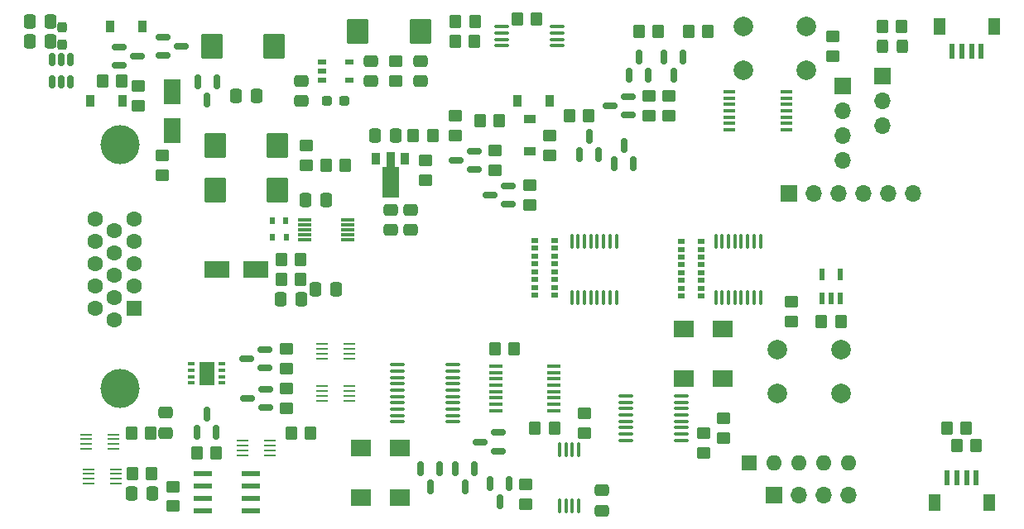
<source format=gbr>
%TF.GenerationSoftware,KiCad,Pcbnew,6.0.2+dfsg-1*%
%TF.CreationDate,2023-01-09T09:44:04-05:00*%
%TF.ProjectId,qwiic-obd,71776969-632d-46f6-9264-2e6b69636164,rev?*%
%TF.SameCoordinates,Original*%
%TF.FileFunction,Soldermask,Top*%
%TF.FilePolarity,Negative*%
%FSLAX46Y46*%
G04 Gerber Fmt 4.6, Leading zero omitted, Abs format (unit mm)*
G04 Created by KiCad (PCBNEW 6.0.2+dfsg-1) date 2023-01-09 09:44:04*
%MOMM*%
%LPD*%
G01*
G04 APERTURE LIST*
G04 Aperture macros list*
%AMRoundRect*
0 Rectangle with rounded corners*
0 $1 Rounding radius*
0 $2 $3 $4 $5 $6 $7 $8 $9 X,Y pos of 4 corners*
0 Add a 4 corners polygon primitive as box body*
4,1,4,$2,$3,$4,$5,$6,$7,$8,$9,$2,$3,0*
0 Add four circle primitives for the rounded corners*
1,1,$1+$1,$2,$3*
1,1,$1+$1,$4,$5*
1,1,$1+$1,$6,$7*
1,1,$1+$1,$8,$9*
0 Add four rect primitives between the rounded corners*
20,1,$1+$1,$2,$3,$4,$5,0*
20,1,$1+$1,$4,$5,$6,$7,0*
20,1,$1+$1,$6,$7,$8,$9,0*
20,1,$1+$1,$8,$9,$2,$3,0*%
%AMFreePoly0*
4,1,9,3.862500,-0.866500,0.737500,-0.866500,0.737500,-0.450000,-0.737500,-0.450000,-0.737500,0.450000,0.737500,0.450000,0.737500,0.866500,3.862500,0.866500,3.862500,-0.866500,3.862500,-0.866500,$1*%
G04 Aperture macros list end*
%ADD10R,1.700000X1.700000*%
%ADD11O,1.700000X1.700000*%
%ADD12RoundRect,0.250000X-0.350000X-0.450000X0.350000X-0.450000X0.350000X0.450000X-0.350000X0.450000X0*%
%ADD13RoundRect,0.150000X0.150000X-0.587500X0.150000X0.587500X-0.150000X0.587500X-0.150000X-0.587500X0*%
%ADD14R,0.635000X0.558800*%
%ADD15C,4.000000*%
%ADD16R,1.600000X1.600000*%
%ADD17C,1.600000*%
%ADD18RoundRect,0.250000X0.350000X0.450000X-0.350000X0.450000X-0.350000X-0.450000X0.350000X-0.450000X0*%
%ADD19RoundRect,0.250000X0.325000X0.450000X-0.325000X0.450000X-0.325000X-0.450000X0.325000X-0.450000X0*%
%ADD20C,2.000000*%
%ADD21RoundRect,0.250000X-0.450000X0.350000X-0.450000X-0.350000X0.450000X-0.350000X0.450000X0.350000X0*%
%ADD22R,0.900000X1.200000*%
%ADD23R,1.168400X0.254000*%
%ADD24RoundRect,0.150000X-0.150000X0.587500X-0.150000X-0.587500X0.150000X-0.587500X0.150000X0.587500X0*%
%ADD25RoundRect,0.250000X-0.475000X0.337500X-0.475000X-0.337500X0.475000X-0.337500X0.475000X0.337500X0*%
%ADD26RoundRect,0.250000X0.475000X-0.337500X0.475000X0.337500X-0.475000X0.337500X-0.475000X-0.337500X0*%
%ADD27RoundRect,0.250000X0.450000X-0.350000X0.450000X0.350000X-0.450000X0.350000X-0.450000X-0.350000X0*%
%ADD28RoundRect,0.250000X0.337500X0.475000X-0.337500X0.475000X-0.337500X-0.475000X0.337500X-0.475000X0*%
%ADD29R,1.981200X0.508000*%
%ADD30R,0.609600X1.549400*%
%ADD31R,1.193800X1.803400*%
%ADD32RoundRect,0.250000X-0.337500X-0.475000X0.337500X-0.475000X0.337500X0.475000X-0.337500X0.475000X0*%
%ADD33R,2.500000X1.800000*%
%ADD34RoundRect,0.150000X0.587500X0.150000X-0.587500X0.150000X-0.587500X-0.150000X0.587500X-0.150000X0*%
%ADD35RoundRect,0.100000X0.100000X-0.637500X0.100000X0.637500X-0.100000X0.637500X-0.100000X-0.637500X0*%
%ADD36RoundRect,0.150000X-0.587500X-0.150000X0.587500X-0.150000X0.587500X0.150000X-0.587500X0.150000X0*%
%ADD37R,0.600000X0.700000*%
%ADD38RoundRect,0.150000X0.150000X-0.512500X0.150000X0.512500X-0.150000X0.512500X-0.150000X-0.512500X0*%
%ADD39R,1.800000X2.500000*%
%ADD40R,1.409700X0.355600*%
%ADD41RoundRect,0.100000X0.637500X0.100000X-0.637500X0.100000X-0.637500X-0.100000X0.637500X-0.100000X0*%
%ADD42R,2.000000X1.800000*%
%ADD43O,1.600000X1.600000*%
%ADD44RoundRect,0.250000X-0.875000X-1.025000X0.875000X-1.025000X0.875000X1.025000X-0.875000X1.025000X0*%
%ADD45R,0.508000X1.270000*%
%ADD46R,1.200000X0.900000*%
%ADD47RoundRect,0.237500X-0.287500X-0.237500X0.287500X-0.237500X0.287500X0.237500X-0.287500X0.237500X0*%
%ADD48R,0.900000X1.300000*%
%ADD49FreePoly0,270.000000*%
%ADD50RoundRect,0.100000X-0.637500X-0.100000X0.637500X-0.100000X0.637500X0.100000X-0.637500X0.100000X0*%
%ADD51R,0.914400X0.508000*%
%ADD52RoundRect,0.237500X0.237500X-0.287500X0.237500X0.287500X-0.237500X0.287500X-0.237500X-0.287500X0*%
%ADD53RoundRect,0.100000X-0.100000X0.637500X-0.100000X-0.637500X0.100000X-0.637500X0.100000X0.637500X0*%
%ADD54RoundRect,0.250000X0.875000X1.025000X-0.875000X1.025000X-0.875000X-1.025000X0.875000X-1.025000X0*%
%ADD55R,1.308100X0.355600*%
%ADD56R,1.400000X0.300000*%
%ADD57R,0.650000X0.350000*%
%ADD58R,1.550000X2.400000*%
G04 APERTURE END LIST*
D10*
%TO.C,J601*%
X187071000Y-90805000D03*
D11*
X189611000Y-90805000D03*
X192151000Y-90805000D03*
X194691000Y-90805000D03*
X197231000Y-90805000D03*
X199771000Y-90805000D03*
%TD*%
D12*
%TO.C,R610*%
X164608000Y-82804000D03*
X166608000Y-82804000D03*
%TD*%
D13*
%TO.C,Q608*%
X165674000Y-86789500D03*
X167574000Y-86789500D03*
X166624000Y-84914500D03*
%TD*%
D14*
%TO.C,RN402*%
X163133405Y-101185950D03*
X163133405Y-100385950D03*
X163133405Y-99585951D03*
X163133405Y-98785950D03*
X163133405Y-97985952D03*
X163133405Y-97185951D03*
X163133405Y-96385950D03*
X163133405Y-95585952D03*
X161050605Y-95585952D03*
X161050605Y-96385952D03*
X161050605Y-97185951D03*
X161050605Y-97985952D03*
X161050605Y-98785950D03*
X161050605Y-99585951D03*
X161050605Y-100385952D03*
X161050605Y-101185950D03*
%TD*%
D15*
%TO.C,J102*%
X118633342Y-110765651D03*
X118633342Y-85765651D03*
D16*
X120053342Y-102580651D03*
D17*
X120053342Y-100290651D03*
X120053342Y-98000651D03*
X120053342Y-95710651D03*
X120053342Y-93420651D03*
X118073342Y-103725651D03*
X118073342Y-101435651D03*
X118073342Y-99145651D03*
X118073342Y-96855651D03*
X118073342Y-94565651D03*
X116093342Y-102580651D03*
X116093342Y-100290651D03*
X116093342Y-98000651D03*
X116093342Y-95710651D03*
X116093342Y-93420651D03*
%TD*%
D18*
%TO.C,R621*%
X198612000Y-73660000D03*
X196612000Y-73660000D03*
%TD*%
D10*
%TO.C,JP601*%
X196596000Y-78740000D03*
D11*
X196596000Y-81280000D03*
X196596000Y-83820000D03*
%TD*%
D19*
%TO.C,D606*%
X198646000Y-75692000D03*
X196596000Y-75692000D03*
%TD*%
D20*
%TO.C,SW401*%
X188872000Y-73660000D03*
X182372000Y-73660000D03*
X188872000Y-78160000D03*
X182372000Y-78160000D03*
%TD*%
D21*
%TO.C,R407*%
X191516000Y-76692000D03*
X191516000Y-74692000D03*
%TD*%
D10*
%TO.C,J602*%
X192532000Y-79756000D03*
D11*
X192532000Y-82296000D03*
X192532000Y-84836000D03*
X192532000Y-87376000D03*
%TD*%
D14*
%TO.C,RN401*%
X178117178Y-101288460D03*
X178117178Y-100488460D03*
X178117178Y-99688461D03*
X178117178Y-98888460D03*
X178117178Y-98088462D03*
X178117178Y-97288461D03*
X178117178Y-96488460D03*
X178117178Y-95688462D03*
X176034378Y-95688462D03*
X176034378Y-96488462D03*
X176034378Y-97288461D03*
X176034378Y-98088462D03*
X176034378Y-98888460D03*
X176034378Y-99688461D03*
X176034378Y-100488462D03*
X176034378Y-101288460D03*
%TD*%
D22*
%TO.C,D502*%
X117604000Y-73660000D03*
X120904000Y-73660000D03*
%TD*%
D21*
%TO.C,R403*%
X137668000Y-85884000D03*
X137668000Y-87884000D03*
%TD*%
D23*
%TO.C,U205*%
X133959600Y-116089999D03*
X133959600Y-116590000D03*
X133959600Y-117090000D03*
X133959600Y-117590001D03*
X131216400Y-117590001D03*
X131216400Y-117090000D03*
X131216400Y-116590000D03*
X131216400Y-116089999D03*
%TD*%
D24*
%TO.C,Q704*%
X158430000Y-120474500D03*
X156530000Y-120474500D03*
X157480000Y-122349500D03*
%TD*%
D21*
%TO.C,R611*%
X162560000Y-84852000D03*
X162560000Y-86852000D03*
%TD*%
D12*
%TO.C,R801*%
X156988000Y-106680000D03*
X158988000Y-106680000D03*
%TD*%
D25*
%TO.C,C303*%
X123317000Y-113241000D03*
X123317000Y-115316000D03*
%TD*%
D26*
%TO.C,C516*%
X149352000Y-79269500D03*
X149352000Y-77194500D03*
%TD*%
D27*
%TO.C,R705*%
X180340000Y-115808000D03*
X180340000Y-113808000D03*
%TD*%
D28*
%TO.C,C403*%
X137181500Y-101600000D03*
X135106500Y-101600000D03*
%TD*%
D29*
%TO.C,U301*%
X132003800Y-123317000D03*
X132003800Y-122047000D03*
X132003800Y-120777000D03*
X132003800Y-119507000D03*
X127076200Y-119507000D03*
X127076200Y-120777000D03*
X127076200Y-122047000D03*
X127076200Y-123317000D03*
%TD*%
D30*
%TO.C,J103*%
X206229999Y-119903001D03*
X205229998Y-119903001D03*
X204230000Y-119903001D03*
X203229999Y-119903001D03*
D31*
X207529998Y-122428000D03*
X201930000Y-122428000D03*
%TD*%
D25*
%TO.C,C602*%
X148336000Y-92434500D03*
X148336000Y-94509500D03*
%TD*%
D10*
%TO.C,J401*%
X185557000Y-121641000D03*
D11*
X188097000Y-121641000D03*
X190637000Y-121641000D03*
X193177000Y-121641000D03*
%TD*%
D27*
%TO.C,R203*%
X135636000Y-108696000D03*
X135636000Y-106696000D03*
%TD*%
D32*
%TO.C,C502*%
X130534500Y-80772000D03*
X132609500Y-80772000D03*
%TD*%
D12*
%TO.C,R602*%
X155448000Y-83312000D03*
X157448000Y-83312000D03*
%TD*%
D18*
%TO.C,R402*%
X206213998Y-116601001D03*
X204213998Y-116601001D03*
%TD*%
D25*
%TO.C,C701*%
X167939067Y-121193052D03*
X167939067Y-123268052D03*
%TD*%
D28*
%TO.C,C509*%
X111527500Y-75184000D03*
X109452500Y-75184000D03*
%TD*%
D32*
%TO.C,C401*%
X137646500Y-91440000D03*
X139721500Y-91440000D03*
%TD*%
D12*
%TO.C,R408*%
X192373000Y-103886000D03*
X190373000Y-103886000D03*
%TD*%
D33*
%TO.C,D402*%
X132556000Y-98552000D03*
X128556000Y-98552000D03*
%TD*%
D27*
%TO.C,R710*%
X178308000Y-117332000D03*
X178308000Y-115332000D03*
%TD*%
D34*
%TO.C,Q701*%
X157360988Y-117180297D03*
X157360988Y-115280297D03*
X155485988Y-116230297D03*
%TD*%
D35*
%TO.C,U403*%
X164857000Y-101414500D03*
X165507000Y-101414500D03*
X166157000Y-101414500D03*
X166807000Y-101414500D03*
X167457000Y-101414500D03*
X168107000Y-101414500D03*
X168757000Y-101414500D03*
X169407000Y-101414500D03*
X169407000Y-95689500D03*
X168757000Y-95689500D03*
X168107000Y-95689500D03*
X167457000Y-95689500D03*
X166807000Y-95689500D03*
X166157000Y-95689500D03*
X165507000Y-95689500D03*
X164857000Y-95689500D03*
%TD*%
D36*
%TO.C,Q501*%
X123014500Y-74742000D03*
X123014500Y-76642000D03*
X124889500Y-75692000D03*
%TD*%
D37*
%TO.C,D403*%
X135626715Y-95258337D03*
X134226715Y-95258337D03*
%TD*%
D27*
%TO.C,R506*%
X146812000Y-79232000D03*
X146812000Y-77232000D03*
%TD*%
D22*
%TO.C,D503*%
X118872000Y-81280000D03*
X115572000Y-81280000D03*
%TD*%
D38*
%TO.C,U501*%
X111699000Y-79343500D03*
X112649000Y-79343500D03*
X113599000Y-79343500D03*
X113599000Y-77068500D03*
X112649000Y-77068500D03*
X111699000Y-77068500D03*
%TD*%
D12*
%TO.C,R503*%
X116840000Y-79248000D03*
X118840000Y-79248000D03*
%TD*%
D37*
%TO.C,D401*%
X135587389Y-93598657D03*
X134187389Y-93598657D03*
%TD*%
D39*
%TO.C,D501*%
X123952000Y-80328000D03*
X123952000Y-84328000D03*
%TD*%
D23*
%TO.C,U203*%
X139329838Y-106215142D03*
X139329838Y-106715143D03*
X139329838Y-107215143D03*
X139329838Y-107715144D03*
X142073038Y-107715144D03*
X142073038Y-107215143D03*
X142073038Y-106715143D03*
X142073038Y-106215142D03*
%TD*%
D40*
%TO.C,U801*%
X157067250Y-108469001D03*
X157067250Y-109118999D03*
X157067250Y-109769001D03*
X157067250Y-110418999D03*
X157067250Y-111068998D03*
X157067250Y-111718999D03*
X157067250Y-112368998D03*
X157067250Y-113018999D03*
X162972750Y-113018999D03*
X162972750Y-112369001D03*
X162972750Y-111718999D03*
X162972750Y-111069001D03*
X162972750Y-110419002D03*
X162972750Y-109769001D03*
X162972750Y-109119002D03*
X162972750Y-108469001D03*
%TD*%
D21*
%TO.C,R501*%
X120523000Y-79756000D03*
X120523000Y-81756000D03*
%TD*%
D25*
%TO.C,C603*%
X146304000Y-92434500D03*
X146304000Y-94509500D03*
%TD*%
D36*
%TO.C,Q503*%
X120396000Y-76708000D03*
X118521000Y-77658000D03*
X118521000Y-75758000D03*
%TD*%
D24*
%TO.C,Q502*%
X128524000Y-79314000D03*
X126624000Y-79314000D03*
X127574000Y-81189000D03*
%TD*%
D34*
%TO.C,Q201*%
X133525500Y-112710000D03*
X133525500Y-110810000D03*
X131650500Y-111760000D03*
%TD*%
D26*
%TO.C,C513*%
X137160000Y-81301500D03*
X137160000Y-79226500D03*
%TD*%
D34*
%TO.C,Q604*%
X158339000Y-91882000D03*
X158339000Y-89982000D03*
X156464000Y-90932000D03*
%TD*%
D41*
%TO.C,U602*%
X163390500Y-75651000D03*
X163390500Y-75001000D03*
X163390500Y-74351000D03*
X163390500Y-73701000D03*
X157665500Y-73701000D03*
X157665500Y-74351000D03*
X157665500Y-75001000D03*
X157665500Y-75651000D03*
%TD*%
D12*
%TO.C,R405*%
X135144000Y-97536000D03*
X137144000Y-97536000D03*
%TD*%
D28*
%TO.C,C304*%
X121920000Y-121539000D03*
X119845000Y-121539000D03*
%TD*%
D13*
%TO.C,Q203*%
X126558000Y-115237500D03*
X128458000Y-115237500D03*
X127508000Y-113362500D03*
%TD*%
D42*
%TO.C,X701*%
X176276000Y-104648000D03*
X176276000Y-109728000D03*
X180276000Y-109728000D03*
X180276000Y-104648000D03*
%TD*%
D28*
%TO.C,C402*%
X140737500Y-100584000D03*
X138662500Y-100584000D03*
%TD*%
D16*
%TO.C,RN403*%
X183007000Y-118364000D03*
D43*
X185547000Y-118364000D03*
X188087000Y-118364000D03*
X190627000Y-118364000D03*
X193167000Y-118364000D03*
%TD*%
D34*
%TO.C,Q606*%
X170609500Y-82738000D03*
X170609500Y-80838000D03*
X168734500Y-81788000D03*
%TD*%
D44*
%TO.C,C501*%
X128016000Y-75692000D03*
X134416000Y-75692000D03*
%TD*%
D12*
%TO.C,R304*%
X119793000Y-115316000D03*
X121793000Y-115316000D03*
%TD*%
%TO.C,R404*%
X139700000Y-87884000D03*
X141700000Y-87884000D03*
%TD*%
D24*
%TO.C,Q603*%
X176210000Y-76786500D03*
X174310000Y-76786500D03*
X175260000Y-78661500D03*
%TD*%
D23*
%TO.C,U201*%
X139344400Y-110501999D03*
X139344400Y-111002000D03*
X139344400Y-111502000D03*
X139344400Y-112002001D03*
X142087600Y-112002001D03*
X142087600Y-111502000D03*
X142087600Y-111002000D03*
X142087600Y-110501999D03*
%TD*%
D12*
%TO.C,R205*%
X126508000Y-117348000D03*
X128508000Y-117348000D03*
%TD*%
D45*
%TO.C,U404*%
X190422999Y-99110800D03*
X192323001Y-99110800D03*
X192323001Y-101549200D03*
X191373000Y-101549200D03*
X190422999Y-101549200D03*
%TD*%
D21*
%TO.C,F501*%
X122936000Y-86868000D03*
X122936000Y-88868000D03*
%TD*%
%TO.C,R709*%
X160171152Y-120568417D03*
X160171152Y-122568417D03*
%TD*%
D20*
%TO.C,SW402*%
X192405000Y-111252000D03*
X185905000Y-111252000D03*
X192405000Y-106752000D03*
X185905000Y-106752000D03*
%TD*%
D12*
%TO.C,R301*%
X136160000Y-115316000D03*
X138160000Y-115316000D03*
%TD*%
D28*
%TO.C,C601*%
X146833500Y-84836000D03*
X144758500Y-84836000D03*
%TD*%
D13*
%TO.C,Q607*%
X169230000Y-87727000D03*
X171130000Y-87727000D03*
X170180000Y-85852000D03*
%TD*%
D27*
%TO.C,R603*%
X149860000Y-89376000D03*
X149860000Y-87376000D03*
%TD*%
D12*
%TO.C,R620*%
X152908000Y-75184000D03*
X154908000Y-75184000D03*
%TD*%
D44*
%TO.C,C504*%
X128372000Y-85852000D03*
X134772000Y-85852000D03*
%TD*%
%TO.C,C510*%
X128372000Y-90424000D03*
X134772000Y-90424000D03*
%TD*%
D46*
%TO.C,D602*%
X160528000Y-86486000D03*
X160528000Y-83186000D03*
%TD*%
D24*
%TO.C,Q702*%
X154874000Y-118950500D03*
X152974000Y-118950500D03*
X153924000Y-120825500D03*
%TD*%
D25*
%TO.C,C514*%
X144272000Y-77194500D03*
X144272000Y-79269500D03*
%TD*%
D27*
%TO.C,R607*%
X152908000Y-84836000D03*
X152908000Y-82836000D03*
%TD*%
D18*
%TO.C,R708*%
X163068000Y-114808000D03*
X161068000Y-114808000D03*
%TD*%
D23*
%TO.C,U204*%
X118211600Y-119010999D03*
X118211600Y-119511000D03*
X118211600Y-120011000D03*
X118211600Y-120511001D03*
X115468400Y-120511001D03*
X115468400Y-120011000D03*
X115468400Y-119511000D03*
X115468400Y-119010999D03*
%TD*%
D27*
%TO.C,R302*%
X124079000Y-122809000D03*
X124079000Y-120809000D03*
%TD*%
D18*
%TO.C,R406*%
X137144000Y-99568000D03*
X135144000Y-99568000D03*
%TD*%
D47*
%TO.C,L502*%
X139841000Y-81280000D03*
X141591000Y-81280000D03*
%TD*%
D23*
%TO.C,U202*%
X115214400Y-115454999D03*
X115214400Y-115955000D03*
X115214400Y-116455000D03*
X115214400Y-116955001D03*
X117957600Y-116955001D03*
X117957600Y-116455000D03*
X117957600Y-115955000D03*
X117957600Y-115454999D03*
%TD*%
D21*
%TO.C,R605*%
X156972000Y-86376000D03*
X156972000Y-88376000D03*
%TD*%
D24*
%TO.C,Q703*%
X151318000Y-118950500D03*
X149418000Y-118950500D03*
X150368000Y-120825500D03*
%TD*%
D31*
%TO.C,J101*%
X208037998Y-73690002D03*
X202438000Y-73690002D03*
D30*
X206737999Y-76215001D03*
X205737998Y-76215001D03*
X204738000Y-76215001D03*
X203737999Y-76215001D03*
%TD*%
D48*
%TO.C,U601*%
X147804000Y-87250000D03*
D49*
X146304000Y-87337500D03*
D48*
X144804000Y-87250000D03*
%TD*%
D50*
%TO.C,U802*%
X146997500Y-108327000D03*
X146997500Y-108977000D03*
X146997500Y-109627000D03*
X146997500Y-110277000D03*
X146997500Y-110927000D03*
X146997500Y-111577000D03*
X146997500Y-112227000D03*
X146997500Y-112877000D03*
X146997500Y-113527000D03*
X146997500Y-114177000D03*
X152722500Y-114177000D03*
X152722500Y-113527000D03*
X152722500Y-112877000D03*
X152722500Y-112227000D03*
X152722500Y-111577000D03*
X152722500Y-110927000D03*
X152722500Y-110277000D03*
X152722500Y-109627000D03*
X152722500Y-108977000D03*
X152722500Y-108327000D03*
%TD*%
D21*
%TO.C,R618*%
X174752000Y-80788000D03*
X174752000Y-82788000D03*
%TD*%
D18*
%TO.C,R613*%
X173720000Y-74168000D03*
X171720000Y-74168000D03*
%TD*%
D27*
%TO.C,R409*%
X187309000Y-101886000D03*
X187309000Y-103886000D03*
%TD*%
D22*
%TO.C,D603*%
X162560000Y-81280000D03*
X159260000Y-81280000D03*
%TD*%
D12*
%TO.C,R604*%
X148637508Y-84821826D03*
X150637508Y-84821826D03*
%TD*%
D51*
%TO.C,U502*%
X139319000Y-77282040D03*
X139319000Y-78232000D03*
X139319000Y-79181960D03*
X142113000Y-79181960D03*
X142113000Y-77282040D03*
%TD*%
D52*
%TO.C,L501*%
X112715000Y-75519500D03*
X112715000Y-73769500D03*
%TD*%
D27*
%TO.C,R201*%
X135636000Y-112760000D03*
X135636000Y-110760000D03*
%TD*%
D12*
%TO.C,R305*%
X119904000Y-119507000D03*
X121904000Y-119507000D03*
%TD*%
D27*
%TO.C,R606*%
X160528000Y-91948000D03*
X160528000Y-89948000D03*
%TD*%
D53*
%TO.C,U701*%
X165567000Y-117025500D03*
X164917000Y-117025500D03*
X164267000Y-117025500D03*
X163617000Y-117025500D03*
X163617000Y-122750500D03*
X164267000Y-122750500D03*
X164917000Y-122750500D03*
X165567000Y-122750500D03*
%TD*%
D18*
%TO.C,R619*%
X154940000Y-73152000D03*
X152940000Y-73152000D03*
%TD*%
D54*
%TO.C,C515*%
X149352000Y-74168000D03*
X142952000Y-74168000D03*
%TD*%
D42*
%TO.C,X801*%
X147288000Y-121920000D03*
X147288000Y-116840000D03*
X143288000Y-116840000D03*
X143288000Y-121920000D03*
%TD*%
D35*
%TO.C,U401*%
X179589000Y-101414500D03*
X180239000Y-101414500D03*
X180889000Y-101414500D03*
X181539000Y-101414500D03*
X182189000Y-101414500D03*
X182839000Y-101414500D03*
X183489000Y-101414500D03*
X184139000Y-101414500D03*
X184139000Y-95689500D03*
X183489000Y-95689500D03*
X182839000Y-95689500D03*
X182189000Y-95689500D03*
X181539000Y-95689500D03*
X180889000Y-95689500D03*
X180239000Y-95689500D03*
X179589000Y-95689500D03*
%TD*%
D50*
%TO.C,U702*%
X170365500Y-111517000D03*
X170365500Y-112167000D03*
X170365500Y-112817000D03*
X170365500Y-113467000D03*
X170365500Y-114117000D03*
X170365500Y-114767000D03*
X170365500Y-115417000D03*
X170365500Y-116067000D03*
X176090500Y-116067000D03*
X176090500Y-115417000D03*
X176090500Y-114767000D03*
X176090500Y-114117000D03*
X176090500Y-113467000D03*
X176090500Y-112817000D03*
X176090500Y-112167000D03*
X176090500Y-111517000D03*
%TD*%
D55*
%TO.C,U603*%
X180994050Y-80345999D03*
X180994050Y-80996000D03*
X180994050Y-81646001D03*
X180994050Y-82296000D03*
X180994050Y-82945999D03*
X180994050Y-83596000D03*
X180994050Y-84245999D03*
X186797950Y-84246001D03*
X186797950Y-83596000D03*
X186797950Y-82946001D03*
X186797950Y-82296000D03*
X186797950Y-81646001D03*
X186797950Y-80996000D03*
X186797950Y-80346001D03*
%TD*%
D18*
%TO.C,R401*%
X205197998Y-114823001D03*
X203197998Y-114823001D03*
%TD*%
D28*
%TO.C,C508*%
X111527500Y-73152000D03*
X109452500Y-73152000D03*
%TD*%
D12*
%TO.C,R608*%
X176800000Y-74168000D03*
X178800000Y-74168000D03*
%TD*%
D21*
%TO.C,R612*%
X172720000Y-80788000D03*
X172720000Y-82788000D03*
%TD*%
D56*
%TO.C,U402*%
X137500000Y-93488000D03*
X137500000Y-93988000D03*
X137500000Y-94488000D03*
X137500000Y-94988000D03*
X137500000Y-95488000D03*
X141900000Y-95488000D03*
X141900000Y-94988000D03*
X141900000Y-94488000D03*
X141900000Y-93988000D03*
X141900000Y-93488000D03*
%TD*%
D34*
%TO.C,Q202*%
X133447000Y-108646000D03*
X133447000Y-106746000D03*
X131572000Y-107696000D03*
%TD*%
D13*
%TO.C,Q602*%
X170754000Y-78661500D03*
X172654000Y-78661500D03*
X171704000Y-76786500D03*
%TD*%
D57*
%TO.C,U302*%
X129058000Y-110195000D03*
X129058000Y-109545000D03*
X129058000Y-108895000D03*
X129058000Y-108245000D03*
X125958000Y-108245000D03*
X125958000Y-108895000D03*
X125958000Y-109545000D03*
X125958000Y-110195000D03*
D58*
X127508000Y-109220000D03*
%TD*%
D18*
%TO.C,R615*%
X161274000Y-72898000D03*
X159274000Y-72898000D03*
%TD*%
D34*
%TO.C,Q605*%
X154861500Y-88326000D03*
X154861500Y-86426000D03*
X152986500Y-87376000D03*
%TD*%
D27*
%TO.C,R707*%
X166116000Y-115300000D03*
X166116000Y-113300000D03*
%TD*%
M02*

</source>
